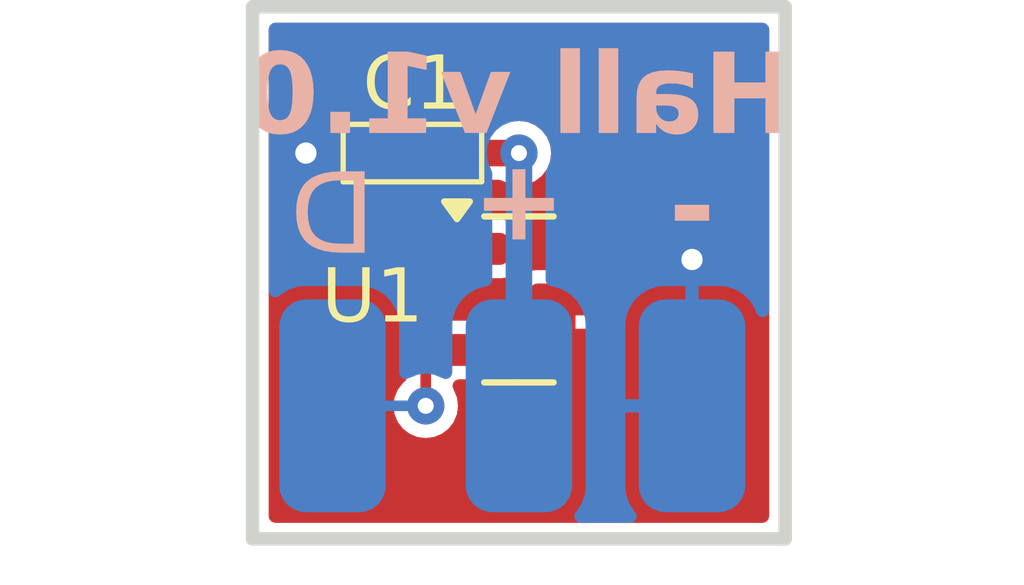
<source format=kicad_pcb>
(kicad_pcb (version 20240108) (generator "pcbnew") (generator_version "8.0")
  (layers (0 "F.Cu" signal) (31 "B.Cu" signal) (34 "B.Paste" user) (35 "F.Paste" user) (36 "B.SilkS" user "B.Silkscreen") (37 "F.SilkS" user "F.Silkscreen") (38 "B.Mask" user) (39 "F.Mask" user) (44 "Edge.Cuts" user))
  (net 0 "")
  (net 1 "GND")
  (net 2 "+3.3V")
  (net 3 "SENSOR_OUT")
  (footprint "Capacitors:C603" (layer "F.Cu") (at 145 95.75 180)
    (property "Reference" "C1" (at 0 1.25 0) (layer "F.SilkS") (effects (font (thickness 0.1))))
    (property "Value" "100n 50V")
    (fp_line (start 1.3 0.54) (end -1.3 0.54) (stroke (width 0.1)) (layer "F.SilkS"))
    (fp_line (start 1.3 -0.54) (end 1.3 0.54) (stroke (width 0.1)) (layer "F.SilkS"))
    (fp_line (start -1.3 0.54) (end -1.3 -0.54) (stroke (width 0.1)) (layer "F.SilkS"))
    (fp_line (start -1.3 -0.54) (end 1.3 -0.54) (stroke (width 0.1)) (layer "F.SilkS"))
    (pad "1" smd roundrect (at -0.775 0 180) (size 0.9 0.95) (layers "F.Cu" "F.Paste" "F.Mask") (net 2 "+3.3V"))
    (pad "2" smd roundrect (at 0.775 0 180) (size 0.9 0.95) (layers "F.Cu" "F.Paste" "F.Mask") (net 1 "GND"))
  )
  (footprint "Connector_Wire:SolderWirePad_1x01_SMD_1x2mm" (layer "F.Cu") (at 147 100.5)
    (property "Reference" "J1" (hide yes))
    (property "Value" "Conn_01x01_Pin")
    (pad "1" smd roundrect (at 0 0) (size 2 4) (layers "B.Cu" "B.Paste" "B.Mask") (net 2 "+3.3V"))
  )
  (footprint "Connector_Wire:SolderWirePad_1x01_SMD_1x2mm" (layer "F.Cu") (at 143.5 100.5)
    (property "Reference" "J2" (hide yes))
    (property "Value" "Conn_01x01_Pin")
    (pad "1" smd roundrect (at 0 0) (size 2 4) (layers "B.Cu" "B.Paste" "B.Mask") (net 3 "SENSOR_OUT"))
  )
  (footprint "Package_TO_SOT_SMD:SOT-23" (layer "F.Cu") (at 147 98.5)
    (property "Reference" "U1" (at -2.75 0 0) (layer "F.SilkS"))
    (property "Value" "SK1816")
    (fp_line (start 0 -1.56) (end -0.65 -1.56) (stroke (width 0.12)) (layer "F.SilkS"))
    (fp_line (start 0 -1.56) (end 0.65 -1.56) (stroke (width 0.12)) (layer "F.SilkS"))
    (fp_line (start 0 1.56) (end -0.65 1.56) (stroke (width 0.12)) (layer "F.SilkS"))
    (fp_line (start 0 1.56) (end 0.65 1.56) (stroke (width 0.12)) (layer "F.SilkS"))
    (fp_poly (pts (xy -1.1625 -1.51) (xy -1.4025 -1.84) (xy -0.9225 -1.84) (xy -1.1625 -1.51)) (stroke (width 0.12)) (fill solid) (layer "F.SilkS"))
    (pad "1" smd roundrect (at -0.9375 -0.95) (size 1.475 0.6) (layers "F.Cu" "F.Paste" "F.Mask") (net 2 "+3.3V"))
    (pad "2" smd roundrect (at -0.9375 0.95) (size 1.475 0.6) (layers "F.Cu" "F.Paste" "F.Mask") (net 3 "SENSOR_OUT"))
    (pad "3" smd roundrect (at 0.9375 0) (size 1.475 0.6) (layers "F.Cu" "F.Paste" "F.Mask") (net 1 "GND"))
  )
  (footprint "Connector_Wire:SolderWirePad_1x01_SMD_1x2mm" (layer "F.Cu") (at 150.25 100.5)
    (property "Reference" "J3" (hide yes))
    (property "Value" "Conn_01x01_Pin")
    (pad "1" smd roundrect (at 0 0) (size 2 4) (layers "B.Cu" "B.Paste" "B.Mask") (net 1 "GND"))
  )
  (gr_line (start 142 103) (end 142 93) (stroke (width 0.254)) (layer "Edge.Cuts"))
  (gr_line (start 152 103) (end 142 103) (stroke (width 0.254)) (layer "Edge.Cuts"))
  (gr_line (start 152 93) (end 152 103) (stroke (width 0.254)) (layer "Edge.Cuts"))
  (gr_line (start 142 93) (end 152 93) (stroke (width 0.254)) (layer "Edge.Cuts"))
  (gr_text "D" (at 143.5 97 -0) (layer "B.SilkS") (effects (font (size 1.5 1.5) (thickness 0.1875)) (justify mirror)))
  (gr_text "-" (at 150.25 96.85 -0) (layer "B.SilkS") (effects (font (size 1.5 1.5) (thickness 0.3) (bold yes)) (justify mirror)))
  (gr_text "Hall v1.0" (at 147 94.75 0) (layer "B.SilkS") (effects (font (size 1.5 1.5) (thickness 0.3) (bold yes)) (justify mirror)))
  (gr_text "+" (at 147 96.75 -0) (layer "B.SilkS") (effects (font (size 1.5 1.5) (thickness 0.3) (bold yes)) (justify mirror)))
  (via (at 143 95.75) (size 0.9) (drill 0.4) (layers "F.Cu" "B.Cu") (net 1))
  (via (at 150.25 97.75) (size 0.9) (drill 0.4) (layers "F.Cu" "B.Cu") (net 1))
  (segment (start 145.775 97.2625) (end 146.0625 97.55) (width 0.5) (layer "F.Cu") (net 2))
  (segment (start 145.775 95.75) (end 147 95.75) (width 0.5) (layer "F.Cu") (net 2))
  (segment (start 145.775 95.75) (end 145.775 97.2625) (width 0.5) (layer "F.Cu") (net 2))
  (via (at 147 95.75) (size 0.7) (drill 0.3) (layers "F.Cu" "B.Cu") (net 2))
  (segment (start 147 95.75) (end 147 100.5) (width 0.5) (layer "B.Cu") (net 2))
  (segment (start 146.0625 99.45) (end 145.55 99.45) (width 0.2) (layer "F.Cu") (net 3))
  (segment (start 145.55 99.45) (end 145.25 99.75) (width 0.2) (layer "F.Cu") (net 3))
  (segment (start 145.25 99.75) (end 145.25 100.5) (width 0.2) (layer "F.Cu") (net 3))
  (via (at 145.25 100.5) (size 0.7) (drill 0.3) (layers "F.Cu" "B.Cu") (net 3))
  (segment (start 145.25 100.5) (end 143.5 100.5) (width 0.2) (layer "B.Cu") (net 3))
  (segment (start 143.75 99.75) (end 143 99) (width 0.5) (layer "B.Cu") (net 3))
  (zone (net 1) (net_name "GND") (layers "F&B.Cu") (connect_pads (clearance 0.25)) (min_thickness 0.25) (fill yes (thermal_gap 0.25) (thermal_bridge_width 0.25))
    (polygon (pts (xy 142 93) (xy 152 93) (xy 152 103) (xy 142 103)))
  )
)
</source>
